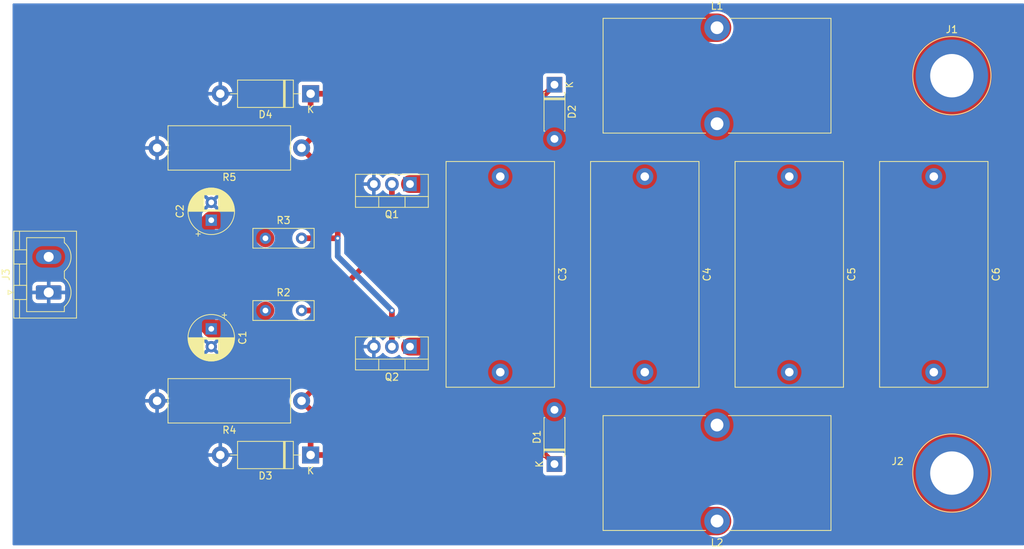
<source format=kicad_pcb>
(kicad_pcb (version 20211014) (generator pcbnew)
  (layers (0 "F.Cu" signal) (31 "B.Cu" signal) (34 "B.Paste" user) (35 "F.Paste" user) (36 "B.SilkS" user "B.Silkscreen") (37 "F.SilkS" user "F.Silkscreen") (38 "B.Mask" user) (39 "F.Mask" user) (44 "Edge.Cuts" user))
  (net 0 "")
  (net 1 "GND")
  (net 2 "VCC")
  (net 3 "/out_l")
  (net 4 "/out_r")
  (net 5 "Net-(D3-Pad1)")
  (net 6 "Net-(R3-Pad2)")
  (footprint "Inductor_THT:L_Toroid_Vertical_L31.8mm_W15.9mm_P13.50mm_Bourns_5700" (layer "F.Cu") (at 185.42 98.185 180)
    (fp_text reference "L2" (at 0 -3.05) (layer "F.SilkS"))
    (fp_text value "220u")
    (fp_line (start -16.02 -1.32) (end -16.02 14.82) (layer "F.SilkS") (width 0.12))
    (fp_line (start 1.608 -1.32) (end 16.02 -1.32) (layer "F.SilkS") (width 0.12))
    (fp_line (start 16.02 -1.32) (end 16.02 14.82) (layer "F.SilkS") (width 0.12))
    (fp_line (start -16.02 -1.32) (end -1.608 -1.32) (layer "F.SilkS") (width 0.12))
    (fp_line (start -16.02 14.82) (end -1.608 14.82) (layer "F.SilkS") (width 0.12))
    (fp_line (start 1.608 14.82) (end 16.02 14.82) (layer "F.SilkS") (width 0.12))
    (pad "1" thru_hole circle (at 0 0 180) (size 3.6 3.6) (drill 1.8) (layers *.Cu *.Mask) (net 2 "VCC"))
    (pad "2" thru_hole circle (at 0 13.5 180) (size 3.6 3.6) (drill 1.8) (layers *.Cu *.Mask) (net 4 "/out_r"))
  )
  (footprint "Connector_Phoenix_MSTB:PhoenixContact_MSTBVA_2,5_2-G_1x02_P5.00mm_Vertical" (layer "F.Cu") (at 91.44 66.04 90)
    (fp_text reference "J3" (at 2.5 -6 90) (layer "F.SilkS"))
    (fp_text value "Screw_Terminal_01x02")
    (fp_line (start 6 -3.1) (end 4 -3.1) (layer "F.SilkS") (width 0.12))
    (fp_line (start -1 -3.1) (end -1 -4.91) (layer "F.SilkS") (width 0.12))
    (fp_line (start 1 -4.1) (end 4 -4.1) (layer "F.SilkS") (width 0.12))
    (fp_line (start -2.7 2.2) (end -2.7 -3.1) (layer "F.SilkS") (width 0.12))
    (fp_line (start -3.61 -4.91) (end -3.61 3.91) (layer "F.SilkS") (width 0.12))
    (fp_line (start 8.61 3.91) (end 8.61 -4.91) (layer "F.SilkS") (width 0.12))
    (fp_line (start 8.61 -4.91) (end -3.61 -4.91) (layer "F.SilkS") (width 0.12))
    (fp_line (start 2 2.2) (end 3 2.2) (layer "F.SilkS") (width 0.12))
    (fp_line (start 8.61 -4.1) (end 6.11 -4.1) (layer "F.SilkS") (width 0.12))
    (fp_line (start 7.7 2.2) (end 7 2.2) (layer "F.SilkS") (width 0.12))
    (fp_line (start -2 2.2) (end -2.7 2.2) (layer "F.SilkS") (width 0.12))
    (fp_line (start 4 -3.1) (end 4 -4.91) (layer "F.SilkS") (width 0.12))
    (fp_line (start 1 -3.1) (end -1 -3.1) (layer "F.SilkS") (width 0.12))
    (fp_line (start 1 -4.91) (end 1 -3.1) (layer "F.SilkS") (width 0.12))
    (fp_line (start -0.3 -5.71) (end 0.3 -5.71) (layer "F.SilkS") (width 0.12))
    (fp_line (start -3.61 3.91) (end 8.61 3.91) (layer "F.SilkS") (width 0.12))
    (fp_line (start -2.7 -3.1) (end 7.7 -3.1) (layer "F.SilkS") (width 0.12))
    (fp_line (start 7.7 -3.1) (end 7.7 2.2) (layer "F.SilkS") (width 0.12))
    (fp_line (start 4 -4.91) (end 6 -4.91) (layer "F.SilkS") (width 0.12))
    (fp_line (start 0 -5.11) (end -0.3 -5.71) (layer "F.SilkS") (width 0.12))
    (fp_line (start -1 -4.91) (end 1 -4.91) (layer "F.SilkS") (width 0.12))
    (fp_line (start -3.61 -4.1) (end -1.11 -4.1) (layer "F.SilkS") (width 0.12))
    (fp_line (start 0.3 -5.71) (end 0 -5.11) (layer "F.SilkS") (width 0.12))
    (fp_line (start 6 -4.91) (end 6 -3.1) (layer "F.SilkS") (width 0.12))
    (fp_arc (start 6.986842 2.215821) (mid 4.989711 3.142758) (end 3 2.2) (layer "F.SilkS") (width 0.12))
    (fp_arc (start 1.986842 2.215821) (mid -0.010289 3.142758) (end -2 2.2) (layer "F.SilkS") (width 0.12))
    (pad "1" thru_hole roundrect (at 0 0 90) (size 2 3.6) (drill 1.4) (layers *.Cu *.Mask) (roundrect_rratio 0.125) (net 1 "GND"))
    (pad "2" thru_hole oval (at 5 0 90) (size 2 3.6) (drill 1.4) (layers *.Cu *.Mask) (net 2 "VCC"))
  )
  (footprint "Diode_THT:D_DO-15_P12.70mm_Horizontal" (layer "F.Cu") (at 128.27 88.9 180)
    (fp_text reference "D3" (at 6.35 -2.92) (layer "F.SilkS"))
    (fp_text value "D_Zener")
    (fp_text user "K" (at 0 -2.2) (layer "F.SilkS"))
    (fp_line (start 1.44 0) (end 2.43 0) (layer "F.SilkS") (width 0.12))
    (fp_line (start 3.81 -1.92) (end 3.81 1.92) (layer "F.SilkS") (width 0.12))
    (fp_line (start 10.27 1.92) (end 10.27 -1.92) (layer "F.SilkS") (width 0.12))
    (fp_line (start 3.69 -1.92) (end 3.69 1.92) (layer "F.SilkS") (width 0.12))
    (fp_line (start 2.43 1.92) (end 10.27 1.92) (layer "F.SilkS") (width 0.12))
    (fp_line (start 11.26 0) (end 10.27 0) (layer "F.SilkS") (width 0.12))
    (fp_line (start 2.43 -1.92) (end 2.43 1.92) (layer "F.SilkS") (width 0.12))
    (fp_line (start 3.57 -1.92) (end 3.57 1.92) (layer "F.SilkS") (width 0.12))
    (fp_line (start 10.27 -1.92) (end 2.43 -1.92) (layer "F.SilkS") (width 0.12))
    (pad "1" thru_hole rect (at 0 0 180) (size 2.4 2.4) (drill 1.2) (layers *.Cu *.Mask) (net 5 "Net-(D3-Pad1)"))
    (pad "2" thru_hole oval (at 12.7 0 180) (size 2.4 2.4) (drill 1.2) (layers *.Cu *.Mask) (net 1 "GND"))
  )
  (footprint "Diode_THT:D_DO-41_SOD81_P7.62mm_Horizontal" (layer "F.Cu") (at 162.56 90.17 90)
    (fp_text reference "D1" (at 3.81 -2.47 90) (layer "F.SilkS"))
    (fp_text value "DIODE")
    (fp_text user "K" (at 0 -2.1 90) (layer "F.SilkS"))
    (fp_line (start 1.99 -1.47) (end 1.99 1.47) (layer "F.SilkS") (width 0.12))
    (fp_line (start 1.09 -1.47) (end 6.53 -1.47) (layer "F.SilkS") (width 0.12))
    (fp_line (start 1.09 1.47) (end 6.53 1.47) (layer "F.SilkS") (width 0.12))
    (fp_line (start 1.09 1.34) (end 1.09 1.47) (layer "F.SilkS") (width 0.12))
    (fp_line (start 2.11 -1.47) (end 2.11 1.47) (layer "F.SilkS") (width 0.12))
    (fp_line (start 1.87 -1.47) (end 1.87 1.47) (layer "F.SilkS") (width 0.12))
    (fp_line (start 6.53 1.47) (end 6.53 1.34) (layer "F.SilkS") (width 0.12))
    (fp_line (start 6.53 -1.47) (end 6.53 -1.34) (layer "F.SilkS") (width 0.12))
    (fp_line (start 1.09 -1.34) (end 1.09 -1.47) (layer "F.SilkS") (width 0.12))
    (pad "1" thru_hole rect (at 0 0 90) (size 2.2 2.2) (drill 1.1) (layers *.Cu *.Mask) (net 5 "Net-(D3-Pad1)"))
    (pad "2" thru_hole oval (at 7.62 0 90) (size 2.2 2.2) (drill 1.1) (layers *.Cu *.Mask) (net 4 "/out_r"))
  )
  (footprint "Inductor_THT:L_Toroid_Vertical_L31.8mm_W15.9mm_P13.50mm_Bourns_5700" (layer "F.Cu") (at 185.42 28.815)
    (fp_text reference "L1" (at 0 -3.05) (layer "F.SilkS"))
    (fp_text value "220u")
    (fp_line (start -16.02 -1.32) (end -1.608 -1.32) (layer "F.SilkS") (width 0.12))
    (fp_line (start -16.02 -1.32) (end -16.02 14.82) (layer "F.SilkS") (width 0.12))
    (fp_line (start -16.02 14.82) (end -1.608 14.82) (layer "F.SilkS") (width 0.12))
    (fp_line (start 1.608 -1.32) (end 16.02 -1.32) (layer "F.SilkS") (width 0.12))
    (fp_line (start 16.02 -1.32) (end 16.02 14.82) (layer "F.SilkS") (width 0.12))
    (fp_line (start 1.608 14.82) (end 16.02 14.82) (layer "F.SilkS") (width 0.12))
    (pad "1" thru_hole circle (at 0 0) (size 3.6 3.6) (drill 1.8) (layers *.Cu *.Mask) (net 2 "VCC"))
    (pad "2" thru_hole circle (at 0 13.5) (size 3.6 3.6) (drill 1.8) (layers *.Cu *.Mask) (net 3 "/out_l"))
  )
  (footprint "Capacitor_THT:C_Rect_L31.5mm_W15.0mm_P27.50mm_MKS4" (layer "F.Cu") (at 154.94 49.75 -90)
    (fp_text reference "C3" (at 13.75 -8.75 90) (layer "F.SilkS"))
    (fp_text value "0.68u")
    (fp_line (start -2.12 -7.62) (end -2.12 7.62) (layer "F.SilkS") (width 0.12))
    (fp_line (start -2.12 -7.62) (end 29.62 -7.62) (layer "F.SilkS") (width 0.12))
    (fp_line (start 29.62 -7.62) (end 29.62 7.62) (layer "F.SilkS") (width 0.12))
    (fp_line (start -2.12 7.62) (end 29.62 7.62) (layer "F.SilkS") (width 0.12))
    (pad "1" thru_hole circle (at 0 0 270) (size 2.4 2.4) (drill 1.2) (layers *.Cu *.Mask) (net 3 "/out_l"))
    (pad "2" thru_hole circle (at 27.5 0 270) (size 2.4 2.4) (drill 1.2) (layers *.Cu *.Mask) (net 4 "/out_r"))
  )
  (footprint "Resistor_THT:R_Box_L8.4mm_W2.5mm_P5.08mm" (layer "F.Cu") (at 121.92 58.42)
    (fp_text reference "R3" (at 2.54 -2.52) (layer "F.SilkS"))
    (fp_text value "470")
    (fp_line (start -1.77 1.39) (end 6.85 1.39) (layer "F.SilkS") (width 0.12))
    (fp_line (start -1.77 -1.39) (end -1.77 1.39) (layer "F.SilkS") (width 0.12))
    (fp_line (start -1.77 -1.39) (end 6.85 -1.39) (layer "F.SilkS") (width 0.12))
    (fp_line (start 6.85 -1.39) (end 6.85 1.39) (layer "F.SilkS") (width 0.12))
    (pad "1" thru_hole circle (at 0 0) (size 1.6 1.6) (drill 0.8) (layers *.Cu *.Mask) (net 2 "VCC"))
    (pad "2" thru_hole circle (at 5.08 0) (size 1.6 1.6) (drill 0.8) (layers *.Cu *.Mask) (net 6 "Net-(R3-Pad2)"))
  )
  (footprint "Diode_THT:D_DO-41_SOD81_P7.62mm_Horizontal" (layer "F.Cu") (at 162.56 36.83 -90)
    (fp_text reference "D2" (at 3.81 -2.47 90) (layer "F.SilkS"))
    (fp_text value "DIODE")
    (fp_text user "K" (at 0 -2.1 90) (layer "F.SilkS"))
    (fp_line (start 1.87 -1.47) (end 1.87 1.47) (layer "F.SilkS") (width 0.12))
    (fp_line (start 1.09 1.34) (end 1.09 1.47) (layer "F.SilkS") (width 0.12))
    (fp_line (start 2.11 -1.47) (end 2.11 1.47) (layer "F.SilkS") (width 0.12))
    (fp_line (start 1.09 1.47) (end 6.53 1.47) (layer "F.SilkS") (width 0.12))
    (fp_line (start 1.09 -1.47) (end 6.53 -1.47) (layer "F.SilkS") (width 0.12))
    (fp_line (start 1.09 -1.34) (end 1.09 -1.47) (layer "F.SilkS") (width 0.12))
    (fp_line (start 6.53 1.47) (end 6.53 1.34) (layer "F.SilkS") (width 0.12))
    (fp_line (start 1.99 -1.47) (end 1.99 1.47) (layer "F.SilkS") (width 0.12))
    (fp_line (start 6.53 -1.47) (end 6.53 -1.34) (layer "F.SilkS") (width 0.12))
    (pad "1" thru_hole rect (at 0 0 270) (size 2.2 2.2) (drill 1.1) (layers *.Cu *.Mask) (net 6 "Net-(R3-Pad2)"))
    (pad "2" thru_hole oval (at 7.62 0 270) (size 2.2 2.2) (drill 1.1) (layers *.Cu *.Mask) (net 3 "/out_l"))
  )
  (footprint "Resistor_THT:R_Axial_DIN0617_L17.0mm_D6.0mm_P20.32mm_Horizontal" (layer "F.Cu") (at 127 45.72 180)
    (fp_text reference "R5" (at 10.16 -4.12) (layer "F.SilkS"))
    (fp_text value "10K")
    (fp_line (start 1.54 -3.12) (end 1.54 3.12) (layer "F.SilkS") (width 0.12))
    (fp_line (start 18.88 0) (end 18.78 0) (layer "F.SilkS") (width 0.12))
    (fp_line (start 18.78 3.12) (end 18.78 -3.12) (layer "F.SilkS") (width 0.12))
    (fp_line (start 18.78 -3.12) (end 1.54 -3.12) (layer "F.SilkS") (width 0.12))
    (fp_line (start 1.54 3.12) (end 18.78 3.12) (layer "F.SilkS") (width 0.12))
    (fp_line (start 1.44 0) (end 1.54 0) (layer "F.SilkS") (width 0.12))
    (pad "1" thru_hole circle (at 0 0 180) (size 2.4 2.4) (drill 1.2) (layers *.Cu *.Mask) (net 6 "Net-(R3-Pad2)"))
    (pad "2" thru_hole oval (at 20.32 0 180) (size 2.4 2.4) (drill 1.2) (layers *.Cu *.Mask) (net 1 "GND"))
  )
  (footprint "Connector:Banana_Jack_1Pin" (layer "F.Cu") (at 218.44 91.44)
    (fp_text reference "J2" (at -7.62 -1.649743) (layer "F.SilkS"))
    (fp_text value "Screw_Terminal_01x01")
    (fp_circle (center 0 0) (end 5.5 0) (layer "F.SilkS") (width 0.12) (fill none))
    (pad "1" thru_hole circle (at 0 0) (size 10.16 10.16) (drill 6.1) (layers *.Cu *.Mask) (net 4 "/out_r"))
  )
  (footprint "Capacitor_THT:C_Rect_L31.5mm_W15.0mm_P27.50mm_MKS4" (layer "F.Cu") (at 215.9 49.75 -90)
    (fp_text reference "C6" (at 13.75 -8.75 90) (layer "F.SilkS"))
    (fp_text value "0.68u")
    (fp_line (start 29.62 -7.62) (end 29.62 7.62) (layer "F.SilkS") (width 0.12))
    (fp_line (start -2.12 -7.62) (end -2.12 7.62) (layer "F.SilkS") (width 0.12))
    (fp_line (start -2.12 7.62) (end 29.62 7.62) (layer "F.SilkS") (width 0.12))
    (fp_line (start -2.12 -7.62) (end 29.62 -7.62) (layer "F.SilkS") (width 0.12))
    (pad "1" thru_hole circle (at 0 0 270) (size 2.4 2.4) (drill 1.2) (layers *.Cu *.Mask) (net 3 "/out_l"))
    (pad "2" thru_hole circle (at 27.5 0 270) (size 2.4 2.4) (drill 1.2) (layers *.Cu *.Mask) (net 4 "/out_r"))
  )
  (footprint "Capacitor_THT:CP_Radial_D6.3mm_P2.50mm" (layer "F.Cu") (at 114.3 71.16 -90)
    (fp_text reference "C1" (at 1.25 -4.4 90) (layer "F.SilkS"))
    (fp_text value "2.2u")
    (fp_line (start 1.77 -3.189) (end 1.77 -1.04) (layer "F.SilkS") (width 0.12))
    (fp_line (start 3.131 -2.636) (end 3.131 -1.04) (layer "F.SilkS") (width 0.12))
    (fp_line (start 4.211 -1.35) (end 4.211 1.35) (layer "F.SilkS") (width 0.12))
    (fp_line (start 2.531 -2.97) (end 2.531 -1.04) (layer "F.SilkS") (width 0.12))
    (fp_line (start 4.251 -1.262) (end 4.251 1.262) (layer "F.SilkS") (width 0.12))
    (fp_line (start 2.011 -3.141) (end 2.011 -1.04) (layer "F.SilkS") (width 0.12))
    (fp_line (start 2.531 1.04) (end 2.531 2.97) (layer "F.SilkS") (width 0.12))
    (fp_line (start 2.291 -3.061) (end 2.291 -1.04) (layer "F.SilkS") (width 0.12))
    (fp_line (start 2.251 -3.074) (end 2.251 -1.04) (layer "F.SilkS") (width 0.12))
    (fp_line (start 1.41 -3.227) (end 1.41 3.227) (layer "F.SilkS") (width 0.12))
    (fp_line (start 2.171 -3.098) (end 2.171 -1.04) (layer "F.SilkS") (width 0.12))
    (fp_line (start 3.451 1.04) (end 3.451 2.38) (layer "F.SilkS") (width 0.12))
    (fp_line (start 4.091 -1.581) (end 4.091 1.581) (layer "F.SilkS") (width 0.12))
    (fp_line (start 2.811 1.04) (end 2.811 2.834) (layer "F.SilkS") (width 0.12))
    (fp_line (start 2.651 -2.916) (end 2.651 -1.04) (layer "F.SilkS") (width 0.12))
    (fp_line (start 3.851 -1.944) (end 3.851 1.944) (layer "F.SilkS") (width 0.12))
    (fp_line (start 2.411 1.04) (end 2.411 3.018) (layer "F.SilkS") (width 0.12))
    (fp_line (start 2.851 1.04) (end 2.851 2.812) (layer "F.SilkS") (width 0.12))
    (fp_line (start 2.971 -2.742) (end 2.971 -1.04) (layer "F.SilkS") (width 0.12))
    (fp_line (start 2.811 -2.834) (end 2.811 -1.04) (layer "F.SilkS") (width 0.12))
    (fp_line (start 3.091 -2.664) (end 3.091 -1.04) (layer "F.SilkS") (width 0.12))
    (fp_line (start 3.091 1.04) (end 3.091 2.664) (layer "F.SilkS") (width 0.12))
    (fp_line (start 2.771 1.04) (end 2.771 2.856) (layer "F.SilkS") (width 0.12))
    (fp_line (start 1.81 1.04) (end 1.81 3.182) (layer "F.SilkS") (width 0.12))
    (fp_line (start 3.491 -2.343) (end 3.491 -1.04) (layer "F.SilkS") (width 0.12))
    (fp_line (start 3.731 -2.092) (end 3.731 2.092) (layer "F.SilkS") (width 0.12))
    (fp_line (start 1.85 -3.175) (end 1.85 -1.04) (layer "F.SilkS") (width 0.12))
    (fp_line (start 3.611 -2.224) (end 3.611 2.224) (layer "F.SilkS") (width 0.12))
    (fp_line (start 2.371 -3.033) (end 2.371 -1.04) (layer "F.SilkS") (width 0.12))
    (fp_line (start 2.211 -3.086) (end 2.211 -1.04) (layer "F.SilkS") (width 0.12))
    (fp_line (start 2.931 1.04) (end 2.931 2.766) (layer "F.SilkS") (width 0.12))
    (fp_line (start 2.491 1.04) (end 2.491 2.986) (layer "F.SilkS") (width 0.12))
    (fp_line (start 2.491 -2.986) (end 2.491 -1.04) (layer "F.SilkS") (width 0.12))
    (fp_line (start 2.691 -2.896) (end 2.691 -1.04) (layer "F.SilkS") (width 0.12))
    (fp_line (start 3.331 -2.484) (end 3.331 -1.04) (layer "F.SilkS") (width 0.12))
    (fp_line (start 4.011 -1.714) (end 4.011 1.714) (layer "F.SilkS") (width 0.12))
    (fp_line (start 3.891 -1.89) (end 3.891 1.89) (layer "F.SilkS") (width 0.12))
    (fp_line (start 3.131 1.04) (end 3.131 2.636) (layer "F.SilkS") (width 0.12))
    (fp_line (start 2.931 -2.766) (end 2.931 -1.04) (layer "F.SilkS") (width 0.12))
    (fp_line (start 4.051 -1.65) (end 4.051 1.65) (layer "F.SilkS") (width 0.12))
    (fp_line (start 4.291 -1.165) (end 4.291 1.165) (layer "F.SilkS") (width 0.12))
    (fp_line (start 1.69 1.04) (end 1.69 3.201) (layer "F.SilkS") (width 0.12))
    (fp_line (start 1.93 -3.159) (end 1.93 -1.04) (layer "F.SilkS") (width 0.12))
    (fp_line (start 2.011 1.04) (end 2.011 3.141) (layer "F.SilkS") (width 0.12))
    (fp_line (start 2.371 1.04) (end 2.371 3.033) (layer "F.SilkS") (width 0.12))
    (fp_line (start 2.851 -2.812) (end 2.851 -1.04) (layer "F.SilkS") (width 0.12))
    (fp_line (start 3.171 1.04) (end 3.171 2.607) (layer "F.SilkS") (width 0.12))
    (fp_line (start 2.691 1.04) (end 2.691 2.896) (layer "F.SilkS") (width 0.12))
    (fp_line (start 2.611 1.04) (end 2.611 2.934) (layer "F.SilkS") (width 0.12))
    (fp_line (start 1.73 -3.195) (end 1.73 -1.04) (layer "F.SilkS") (width 0.12))
    (fp_line (start 3.291 -2.516) (end 3.291 -1.04) (layer "F.SilkS") (width 0.12))
    (fp_line (start 2.891 -2.79) (end 2.891 -1.04) (layer "F.SilkS") (width 0.12))
    (fp_line (start -1.935241 -2.154) (end -1.935241 -1.524) (layer "F.SilkS") (width 0.12))
    (fp_line (start 2.091 -3.121) (end 2.091 -1.04) (layer "F.SilkS") (width 0.12))
    (fp_line (start 1.37 -3.228) (end 1.37 3.228) (layer "F.SilkS") (width 0.12))
    (fp_line (start 2.131 1.04) (end 2.131 3.11) (layer "F.SilkS") (width 0.12))
    (fp_line (start 3.411 -2.416) (end 3.411 -1.04) (layer "F.SilkS") (width 0.12))
    (fp_line (start 3.211 -2.578) (end 3.211 -1.04) (layer "F.SilkS") (width 0.12))
    (fp_line (start 1.33 -3.23) (end 1.33 3.23) (layer "F.SilkS") (width 0.12))
    (fp_line (start 2.331 1.04) (end 2.331 3.047) (layer "F.SilkS") (width 0.12))
    (fp_line (start 2.771 -2.856) (end 2.771 -1.04) (layer "F.SilkS") (width 0.12))
    (fp_line (start 2.051 1.04) (end 2.051 3.131) (layer "F.SilkS") (width 0.12))
    (fp_line (start 1.77 1.04) (end 1.77 3.189) (layer "F.SilkS") (width 0.12))
    (fp_line (start 1.61 1.04) (end 1.61 3.211) (layer "F.SilkS") (width 0.12))
    (fp_line (start 2.291 1.04) (end 2.291 3.061) (layer "F.SilkS") (width 0.12))
    (fp_line (start 4.491 -0.402) (end 4.491 0.402) (layer "F.SilkS") (width 0.12))
    (fp_line (start 3.931 -1.834) (end 3.931 1.834) (layer "F.SilkS") (width 0.12))
    (fp_line (start 3.051 -2.69) (end 3.051 -1.04) (layer "F.SilkS") (width 0.12))
    (fp_line (start 2.731 1.04) (end 2.731 2.876) (layer "F.SilkS") (width 0.12))
    (fp_line (start 1.93 1.04) (end 1.93 3.159) (layer "F.SilkS") (width 0.12))
    (fp_line (start 3.171 -2.607) (end 3.171 -1.04) (layer "F.SilkS") (width 0.12))
    (fp_line (start 4.451 -0.633) (end 4.451 0.633) (layer "F.SilkS") (width 0.12))
    (fp_line (start 3.811 -1.995) (end 3.811 1.995) (layer "F.SilkS") (width 0.12))
    (fp_line (start 1.971 -3.15) (end 1.971 -1.04) (layer "F.SilkS") (width 0.12))
    (fp_line (start -2.250241 -1.839) (end -1.620241 -1.839) (layer "F.SilkS") (width 0.12))
    (fp_line (start 3.531 -2.305) (end 3.531 -1.04) (layer "F.SilkS") (width 0.12))
    (fp_line (start 3.451 -2.38) (end 3.451 -1.04) (layer "F.SilkS") (width 0.12))
    (fp_line (start 3.371 1.04) (end 3.371 2.45) (layer "F.SilkS") (width 0.12))
    (fp_line (start 3.491 1.04) (end 3.491 2.343) (layer "F.SilkS") (width 0.12))
    (fp_line (start 4.411 -0.802) (end 4.411 0.802) (layer "F.SilkS") (width 0.12))
    (fp_line (start 2.211 1.04) (end 2.211 3.086) (layer "F.SilkS") (width 0.12))
    (fp_line (start 3.691 -2.137) (end 3.691 2.137) (layer "F.SilkS") (width 0.12))
    (fp_line (start 3.291 1.04) (end 3.291 2.516) (layer "F.SilkS") (width 0.12))
    (fp_line (start 2.611 -2.934) (end 2.611 -1.04) (layer "F.SilkS") (width 0.12))
    (fp_line (start 3.371 -2.45) (end 3.371 -1.04) (layer "F.SilkS") (width 0.12))
    (fp_line (start 3.011 -2.716) (end 3.011 -1.04) (layer "F.SilkS") (width 0.12))
    (fp_line (start 2.731 -2.876) (end 2.731 -1.04) (layer "F.SilkS") (width 0.12))
    (fp_line (start 2.251 1.04) (end 2.251 3.074) (layer "F.SilkS") (width 0.12))
    (fp_line (start 3.571 -2.265) (end 3.571 2.265) (layer "F.SilkS") (width 0.12))
    (fp_line (start 1.971 1.04) (end 1.971 3.15) (layer "F.SilkS") (width 0.12))
    (fp_line (start 1.57 1.04) (end 1.57 3.215) (layer "F.SilkS") (width 0.12))
    (fp_line (start 4.171 -1.432) (end 4.171 1.432) (layer "F.SilkS") (width 0.12))
    (fp_line (start 1.85 1.04) (end 1.85 3.175) (layer "F.SilkS") (width 0.12))
    (fp_line (start 4.331 -1.059) (end 4.331 1.059) (layer "F.SilkS") (width 0.12))
    (fp_line (start 3.651 -2.182) (end 3.651 2.182) (layer "F.SilkS") (width 0.12))
    (fp_line (start 3.251 -2.548) (end 3.251 -1.04) (layer "F.SilkS") (width 0.12))
    (fp_line (start 2.171 1.04) (end 2.171 3.098) (layer "F.SilkS") (width 0.12))
    (fp_line (start 2.891 1.04) (end 2.891 2.79) (layer "F.SilkS") (width 0.12))
    (fp_line (start 2.571 1.04) (end 2.571 2.952) (layer "F.SilkS") (width 0.12))
    (fp_line (start 2.451 -3.002) (end 2.451 -1.04) (layer "F.SilkS") (width 0.12))
    (fp_line (start 1.61 -3.211) (end 1.61 -1.04) (layer "F.SilkS") (width 0.12))
    (fp_line (start 1.25 -3.23) (end 1.25 3.23) (layer "F.SilkS") (width 0.12))
    (fp_line (start 2.091 1.04) (end 2.091 3.121) (layer "F.SilkS") (width 0.12))
    (fp_line (start 1.65 -3.206) (end 1.65 -1.04) (layer "F.SilkS") (width 0.12))
    (fp_line (start 1.29 -3.23) (end 1.29 3.23) (layer "F.SilkS") (width 0.12))
    (fp_line (start 2.971 1.04) (end 2.971 2.742) (layer "F.SilkS") (width 0.12))
    (fp_line (start 2.451 1.04) (end 2.451 3.002) (layer "F.SilkS") (width 0.12))
    (fp_line (start 1.53 1.04) (end 1.53 3.218) (layer "F.SilkS") (width 0.12))
    (fp_line (start 1.81 -3.182) (end 1.81 -1.04) (layer "F.SilkS") (width 0.12))
    (fp_line (start 3.051 1.04) (end 3.051 2.69) (layer "F.SilkS") (width 0.12))
    (fp_line (start 1.53 -3.218) (end 1.53 -1.04) (layer "F.SilkS") (width 0.12))
    (fp_line (start 1.45 -3.224) (end 1.45 3.224) (layer "F.SilkS") (width 0.12))
    (fp_line (start 1.69 -3.201) (end 1.69 -1.04) (layer "F.SilkS") (width 0.12))
    (fp_line (start 2.651 1.04) (end 2.651 2.916) (layer "F.SilkS") (width 0.12))
    (fp_line (start 1.89 1.04) (end 1.89 3.167) (layer "F.SilkS") (width 0.12))
    (fp_line (start 3.011 1.04) (end 3.011 2.716) (layer "F.SilkS") (width 0.12))
    (fp_line (start 2.571 -2.952) (end 2.571 -1.04) (layer "F.SilkS") (width 0.12))
    (fp_line (start 1.89 -3.167) (end 1.89 -1.04) (layer "F.SilkS") (width 0.12))
    (fp_line (start 1.49 -3.222) (end 1.49 -1.04) (layer "F.SilkS") (width 0.12))
    (fp_line (start 3.251 1.04) (end 3.251 2.548) (layer "F.SilkS") (width 0.12))
    (fp_line (start 1.65 1.04) (end 1.65 3.206) (layer "F.SilkS") (width 0.12))
    (fp_line (start 3.211 1.04) (end 3.211 2.578) (layer "F.SilkS") (width 0.12))
    (fp_line (start 3.331 1.04) (end 3.331 2.484) (layer "F.SilkS") (width 0.12))
    (fp_line (start 4.131 -1.509) (end 4.131 1.509) (layer "F.SilkS") (width 0.12))
    (fp_line (start 1.57 -3.215) (end 1.57 -1.04) (layer "F.SilkS") (width 0.12))
    (fp_line (start 3.531 1.04) (end 3.531 2.305) (layer "F.SilkS") (width 0.12))
    (fp_line (start 3.771 -2.044) (end 3.771 2.044) (layer "F.SilkS") (width 0.12))
    (fp_line (start 1.49 1.04) (end 1.49 3.222) (layer "F.SilkS") (width 0.12))
    (fp_line (start 3.971 -1.776) (end 3.971 1.776) (layer "F.SilkS") (width 0.12))
    (fp_line (start 1.73 1.04) (end 1.73 3.195) (layer "F.SilkS") (width 0.12))
    (fp_line (start 2.051 -3.131) (end 2.051 -1.04) (layer "F.SilkS") (width 0.12))
    (fp_line (start 2.131 -3.11) (end 2.131 -1.04) (layer "F.SilkS") (width 0.12))
    (fp_line (start 3.411 1.04) (end 3.411 2.416) (layer "F.SilkS") (width 0.12))
    (fp_line (start 4.371 -0.94) (end 4.371 0.94) (layer "F.SilkS") (width 0.12))
    (fp_line (start 2.331 -3.047) (end 2.331 -1.04) (layer "F.SilkS") (width 0.12))
    (fp_line (start 2.411 -3.018) (end 2.411 -1.04) (layer "F.SilkS") (width 0.12))
    (fp_circle (center 1.25 0) (end 4.52 0) (layer "F.SilkS") (width 0.12) (fill none))
    (pad "1" thru_hole rect (at 0 0 270) (size 1.6 1.6) (drill 0.8) (layers *.Cu *.Mask) (net 2 "VCC"))
    (pad "2" thru_hole circle (at 2.5 0 270) (size 1.6 1.6) (drill 0.8) (layers *.Cu *.Mask) (net 1 "GND"))
  )
  (footprint "Capacitor_THT:CP_Radial_D6.3mm_P2.50mm" (layer "F.Cu") (at 114.3 55.88 90)
    (fp_text reference "C2" (at 1.25 -4.4 90) (layer "F.SilkS"))
    (fp_text value "2.2u")
    (fp_line (start 3.051 1.04) (end 3.051 2.69) (layer "F.SilkS") (width 0.12))
    (fp_line (start 2.171 -3.098) (end 2.171 -1.04) (layer "F.SilkS") (width 0.12))
    (fp_line (start 1.69 1.04) (end 1.69 3.201) (layer "F.SilkS") (width 0.12))
    (fp_line (start 3.491 -2.343) (end 3.491 -1.04) (layer "F.SilkS") (width 0.12))
    (fp_line (start 3.411 -2.416) (end 3.411 -1.04) (layer "F.SilkS") (width 0.12))
    (fp_line (start 1.61 -3.211) (end 1.61 -1.04) (layer "F.SilkS") (width 0.12))
    (fp_line (start 3.651 -2.182) (end 3.651 2.182) (layer "F.SilkS") (width 0.12))
    (fp_line (start 1.65 1.04) (end 1.65 3.206) (layer "F.SilkS") (width 0.12))
    (fp_line (start 4.051 -1.65) (end 4.051 1.65) (layer "F.SilkS") (width 0.12))
    (fp_line (start 2.131 -3.11) (end 2.131 -1.04) (layer "F.SilkS") (width 0.12))
    (fp_line (start 1.65 -3.206) (end 1.65 -1.04) (layer "F.SilkS") (width 0.12))
    (fp_line (start 3.731 -2.092) (end 3.731 2.092) (layer "F.SilkS") (width 0.12))
    (fp_line (start 1.89 1.04) (end 1.89 3.167) (layer "F.SilkS") (width 0.12))
    (fp_line (start 4.091 -1.581) (end 4.091 1.581) (layer "F.SilkS") (width 0.12))
    (fp_line (start 1.971 1.04) (end 1.971 3.15) (layer "F.SilkS") (width 0.12))
    (fp_line (start 4.131 -1.509) (end 4.131 1.509) (layer "F.SilkS") (width 0.12))
    (fp_line (start 2.211 1.04) (end 2.211 3.086) (layer "F.SilkS") (width 0.12))
    (fp_line (start 1.53 1.04) (end 1.53 3.218) (layer "F.SilkS") (width 0.12))
    (fp_line (start 1.45 -3.224) (end 1.45 3.224) (layer "F.SilkS") (width 0.12))
    (fp_line (start 2.331 1.04) (end 2.331 3.047) (layer "F.SilkS") (width 0.12))
    (fp_line (start 4.411 -0.802) (end 4.411 0.802) (layer "F.SilkS") (width 0.12))
    (fp_line (start 2.291 1.04) (end 2.291 3.061) (layer "F.SilkS") (width 0.12))
    (fp_line (start 2.011 1.04) (end 2.011 3.141) (layer "F.SilkS") (width 0.12))
    (fp_line (start 2.131 1.04) (end 2.131 3.11) (layer "F.SilkS") (width 0.12))
    (fp_line (start 1.61 1.04) (end 1.61 3.211) (layer "F.SilkS") (width 0.12))
    (fp_line (start 3.571 -2.265) (end 3.571 2.265) (layer "F.SilkS") (width 0.12))
    (fp_line (start 3.051 -2.69) (end 3.051 -1.04) (layer "F.SilkS") (width 0.12))
    (fp_line (start 3.811 -1.995) (end 3.811 1.995) (layer "F.SilkS") (width 0.12))
    (fp_line (start 2.651 1.04) (end 2.651 2.916) (layer "F.SilkS") (width 0.12))
    (fp_line (start 2.451 1.04) (end 2.451 3.002) (layer "F.SilkS") (width 0.12))
    (fp_line (start 2.691 1.04) (end 2.691 2.896) (layer "F.SilkS") (width 0.12))
    (fp_line (start 4.211 -1.35) (end 4.211 1.35) (layer "F.SilkS") (width 0.12))
    (fp_line (start 1.89 -3.167) (end 1.89 -1.04) (layer "F.SilkS") (width 0.12))
    (fp_line (start 3.211 -2.578) (end 3.211 -1.04) (layer "F.SilkS") (width 0.12))
    (fp_line (start 3.411 1.04) (end 3.411 2.416) (layer "F.SilkS") (width 0.12))
    (fp_line (start 3.531 -2.305) (end 3.531 -1.04) (layer "F.SilkS") (width 0.12))
    (fp_line (start 1.77 -3.189) (end 1.77 -1.04) (layer "F.SilkS") (width 0.12))
    (fp_line (start 2.411 -3.018) (end 2.411 -1.04) (layer "F.SilkS") (width 0.12))
    (fp_line (start 2.571 -2.952) (end 2.571 -1.04) (layer "F.SilkS") (width 0.12))
    (fp_line (start 3.291 1.04) (end 3.291 2.516) (layer "F.SilkS") (width 0.12))
    (fp_line (start 2.491 -2.986) (end 2.491 -1.04) (layer "F.SilkS") (width 0.12))
    (fp_line (start 3.451 1.04) (end 3.451 2.38) (layer "F.SilkS") (width 0.12))
    (fp_line (start 2.091 -3.121) (end 2.091 -1.04) (layer "F.SilkS") (width 0.12))
    (fp_line (start 2.371 1.04) (end 2.371 3.033) (layer "F.SilkS") (width 0.12))
    (fp_line (start 3.251 -2.548) (end 3.251 -1.04) (layer "F.SilkS") (width 0.12))
    (fp_line (start 3.291 -2.516) (end 3.291 -1.04) (layer "F.SilkS") (width 0.12))
    (fp_line (start 3.891 -1.89) (end 3.891 1.89) (layer "F.SilkS") (width 0.12))
    (fp_line (start 3.171 -2.607) (end 3.171 -1.04) (layer "F.SilkS") (width 0.12))
    (fp_line (start 3.131 -2.636) (end 3.131 -1.04) (layer "F.SilkS") (width 0.12))
    (fp_line (start 2.011 -3.141) (end 2.011 -1.04) (layer "F.SilkS") (width 0.12))
    (fp_line (start 2.051 -3.131) (end 2.051 -1.04) (layer "F.SilkS") (width 0.12))
    (fp_line (start 2.891 1.04) (end 2.891 2.79) (layer "F.SilkS") (width 0.12))
    (fp_line (start 3.971 -1.776) (end 3.971 1.776) (layer "F.SilkS") (width 0.12))
    (fp_line (start 1.85 1.04) (end 1.85 3.175) (layer "F.SilkS") (width 0.12))
    (fp_line (start 2.851 1.04) (end 2.851 2.812) (layer "F.SilkS") (width 0.12))
    (fp_line (start 2.771 -2.856) (end 2.771 -1.04) (layer "F.SilkS") (width 0.12))
    (fp_line (start 2.771 1.04) (end 2.771 2.856) (layer "F.SilkS") (width 0.12))
    (fp_line (start 1.73 1.04) (end 1.73 3.195) (layer "F.SilkS") (width 0.12))
    (fp_line (start 3.691 -2.137) (end 3.691 2.137) (layer "F.SilkS") (width 0.12))
    (fp_line (start 4.491 -0.402) (end 4.491 0.402) (layer "F.SilkS") (width 0.12))
    (fp_line (start 2.171 1.04) (end 2.171 3.098) (layer "F.SilkS") (width 0.12))
    (fp_line (start 2.451 -3.002) (end 2.451 -1.04) (layer "F.SilkS") (width 0.12))
    (fp_line (start 2.851 -2.812) (end 2.851 -1.04) (layer "F.SilkS") (width 0.12))
    (fp_line (start 3.091 -2.664) (end 3.091 -1.04) (layer "F.SilkS") (width 0.12))
    (fp_line (start 2.251 -3.074) (end 2.251 -1.04) (layer "F.SilkS") (width 0.12))
    (fp_line (start 1.81 1.04) (end 1.81 3.182) (layer "F.SilkS") (width 0.12))
    (fp_line (start 1.57 1.04) (end 1.57 3.215) (layer "F.SilkS") (width 0.12))
    (fp_line (start 2.971 -2.742) (end 2.971 -1.04) (layer "F.SilkS") (width 0.12))
    (fp_line (start 1.81 -3.182) (end 1.81 -1.04) (layer "F.SilkS") (width 0.12))
    (fp_line (start 2.731 1.04) (end 2.731 2.876) (layer "F.SilkS") (width 0.12))
    (fp_line (start 2.931 -2.766) (end 2.931 -1.04) (layer "F.SilkS") (width 0.12))
    (fp_line (start 2.531 -2.97) (end 2.531 -1.04) (layer "F.SilkS") (width 0.12))
    (fp_line (start 2.211 -3.086) (end 2.211 -1.04) (layer "F.SilkS") (width 0.12))
    (fp_line (start 2.611 -2.934) (end 2.611 -1.04) (layer "F.SilkS") (width 0.12))
    (fp_line (start 3.251 1.04) (end 3.251 2.548) (layer "F.SilkS") (width 0.12))
    (fp_line (start 1.93 -3.159) (end 1.93 -1.04) (layer "F.SilkS") (width 0.12))
    (fp_line (start 1.77 1.04) (end 1.77 3.189) (layer "F.SilkS") (width 0.12))
    (fp_line (start 2.411 1.04) (end 2.411 3.018) (layer "F.SilkS") (width 0.12))
    (fp_line (start 1.53 -3.218) (end 1.53 -1.04) (layer "F.SilkS") (width 0.12))
    (fp_line (start 1.33 -3.23) (end 1.33 3.23) (layer "F.SilkS") (width 0.12))
    (fp_line (start 3.171 1.04) (end 3.171 2.607) (layer "F.SilkS") (width 0.12))
    (fp_line (start 1.93 1.04) (end 1.93 3.159) (layer "F.SilkS") (width 0.12))
    (fp_line (start 2.091 1.04) (end 2.091 3.121) (layer "F.SilkS") (width 0.12))
    (fp_line (start 1.49 -3.222) (end 1.49 -1.04) (layer "F.SilkS") (width 0.12))
    (fp_line (start 2.331 -3.047) (end 2.331 -1.04) (layer "F.SilkS") (width 0.12))
    (fp_line (start 4.011 -1.714) (end 4.011 1.714) (layer "F.SilkS") (width 0.12))
    (fp_line (start 1.971 -3.15) (end 1.971 -1.04) (layer "F.SilkS") (width 0.12))
    (fp_line (start 3.451 -2.38) (end 3.451 -1.04) (layer "F.SilkS") (width 0.12))
    (fp_line (start 1.69 -3.201) (end 1.69 -1.04) (layer "F.SilkS") (width 0.12))
    (fp_line (start 3.011 1.04) (end 3.011 2.716) (layer "F.SilkS") (width 0.12))
    (fp_line (start 3.371 -2.45) (end 3.371 -1.04) (layer "F.SilkS") (width 0.12))
    (fp_line (start 4.371 -0.94) (end 4.371 0.94) (layer "F.SilkS") (width 0.12))
    (fp_line (start 3.611 -2.224) (end 3.611 2.224) (layer "F.SilkS") (width 0.12))
    (fp_line (start 2.811 -2.834) (end 2.811 -1.04) (layer "F.SilkS") (width 0.12))
    (fp_line (start 3.131 1.04) (end 3.131 2.636) (layer "F.SilkS") (width 0.12))
    (fp_line (start 4.171 -1.432) (end 4.171 1.432) (layer "F.SilkS") (width 0.12))
    (fp_line (start 4.251 -1.262) (end 4.251 1.262) (layer "F.SilkS") (width 0.12))
    (fp_line (start 3.771 -2.044) (end 3.771 2.044) (layer "F.SilkS") (width 0.12))
    (fp_line (start 2.731 -2.876) (end 2.731 -1.04) (layer "F.SilkS") (width 0.12))
    (fp_line (start 3.091 1.04) (end 3.091 2.664) (layer "F.SilkS") (width 0.12))
    (fp_line (start 3.331 1.04) (end 3.331 2.484) (layer "F.SilkS") (width 0.12))
    (fp_line (start 4.291 -1.165) (end 4.291 1.165) (layer "F.SilkS") (width 0.12))
    (fp_line (start 2.811 1.04) (end 2.811 2.834) (layer "F.SilkS") (width 0.12))
    (fp_line (start 2.891 -2.79) (end 2.891 -1.04) (layer "F.SilkS") (width 0.12))
    (fp_line (start 3.371 1.04) (end 3.371 2.45) (layer "F.SilkS") (width 0.12))
    (fp_line (start 3.491 1.04) (end 3.491 2.343) (layer "F.SilkS") (width 0.12))
    (fp_line (start -1.935241 -2.154) (end -1.935241 -1.524) (layer "F.SilkS") (width 0.12))
    (fp_line (start 2.611 1.04) (end 2.611 2.934) (layer "F.SilkS") (width 0.12))
    (fp_line (start 2.251 1.04) (end 2.251 3.074) (layer "F.SilkS") (width 0.12))
    (fp_line (start 1.37 -3.228) (end 1.37 3.228) (layer "F.SilkS") (width 0.12))
    (fp_line (start 2.291 -3.061) (end 2.291 -1.04) (layer "F.SilkS") (width 0.12))
    (fp_line (start 3.211 1.04) (end 3.211 2.578) (layer "F.SilkS") (width 0.12))
    (fp_line (start 1.41 -3.227) (end 1.41 3.227) (layer "F.SilkS") (width 0.12))
    (fp_line (start 1.57 -3.215) (end 1.57 -1.04) (layer "F.SilkS") (width 0.12))
    (fp_line (start 2.371 -3.033) (end 2.371 -1.04) (layer "F.SilkS") (width 0.12))
    (fp_line (start 2.491 1.04) (end 2.491 2.986) (layer "F.SilkS") (width 0.12))
    (fp_line (start 2.651 -2.916) (end 2.651 -1.04) (layer "F.SilkS") (width 0.12))
    (fp_line (start 1.29 -3.23) (end 1.29 3.23) (layer "F.SilkS") (width 0.12))
    (fp_line (start 4.331 -1.059) (end 4.331 1.059) (layer "F.SilkS") (width 0.12))
    (fp_line (start 2.691 -2.896) (end 2.691 -1.04) (layer "F.SilkS") (width 0.12))
    (fp_line (start 2.051 1.04) (end 2.051 3.131) (layer "F.SilkS") (width 0.12))
    (fp_line (start 3.851 -1.944) (end 3.851 1.944) (layer "F.SilkS") (width 0.12))
    (fp_line (start 3.531 1.04) (end 3.531 2.305) (layer "F.SilkS") (width 0.12))
    (fp_line (start 4.451 -0.633) (end 4.451 0.633) (layer "F.SilkS") (width 0.12))
    (fp_line (start 3.331 -2.484) (end 3.331 -1.04) (layer "F.SilkS") (width 0.12))
    (fp_line (start 2.971 1.04) (end 2.971 2.742) (layer "F.SilkS") (width 0.12))
    (fp_line (start -2.250241 -1.839) (end -1.620241 -1.839) (layer "F.SilkS") (width 0.12))
    (fp_line (start 1.73 -3.195) (end 1.73 -1.04) (layer "F.SilkS") (width 0.12))
    (fp_line (start 3.011 -2.716) (end 3.011 -1.04) (layer "F.SilkS") (width 0.12))
    (fp_line (start 2.571 1.04) (end 2.571 2.952) (layer "F.SilkS") (width 0.12))
    (fp_line (start 1.49 1.04) (end 1.49 3.222) (layer "F.SilkS") (width 0.12))
    (fp_line (start 2.931 1.04) (end 2.931 2.766) (layer "F.SilkS") (width 0.12))
    (fp_line (start 1.85 -3.175) (end 1.85 -1.04) (layer "F.SilkS") (width 0.12))
    (fp_line (start 3.931 -1.834) (end 3.931 1.834) (layer "F.SilkS") (width 0.12))
    (fp_line (start 2.531 1.04) (end 2.531 2.97) (layer "F.SilkS") (width 0.12))
    (fp_line (start 1.25 -3.23) (end 1.25 3.23) (layer "F.SilkS") (width 0.12))
    (fp_circle (center 1.25 0) (end 4.52 0) (layer "F.SilkS") (width 0.12) (fill none))
    (pad "1" thru_hole rect (at 0 0 90) (size 1.6 1.6) (drill 0.8) (layers *.Cu *.Mask) (net 2 "VCC"))
    (pad "2" thru_hole circle (at 2.5 0 90) (size 1.6 1.6) (drill 0.8) (layers *.Cu *.Mask) (net 1 "GND"))
  )
  (footprint "Connector:Banana_Jack_1Pin" (layer "F.Cu") (at 218.44 35.56)
    (fp_text reference "J1" (at 0 -6.5) (layer "F.SilkS"))
    (fp_text value "Screw_Terminal_01x01")
    (fp_circle (center 0 0) (end 5.5 0) (layer "F.SilkS") (width 0.12) (fill none))
    (pad "1" thru_hole circle (at 0 0) (size 10.16 10.16) (drill 6.1) (layers *.Cu *.Mask) (net 3 "/out_l"))
  )
  (footprint "Resistor_THT:R_Box_L8.4mm_W2.5mm_P5.08mm" (layer "F.Cu") (at 121.92 68.58)
    (fp_text reference "R2" (at 2.54 -2.52) (layer "F.SilkS"))
    (fp_text value "470")
    (fp_line (start -1.77 -1.39) (end 6.85 -1.39) (layer "F.SilkS") (width 0.12))
    (fp_line (start 6.85 -1.39) (end 6.85 1.39) (layer "F.SilkS") (width 0.12))
    (fp_line (start -1.77 -1.39) (end -1.77 1.39) (layer "F.SilkS") (width 0.12))
    (fp_line (start -1.77 1.39) (end 6.85 1.39) (layer "F.SilkS") (width 0.12))
    (pad "1" thru_hole circle (at 0 0) (size 1.6 1.6) (drill 0.8) (layers *.Cu *.Mask) (net 2 "VCC"))
    (pad "2" thru_hole circle (at 5.08 0) (size 1.6 1.6) (drill 0.8) (layers *.Cu *.Mask) (net 5 "Net-(D3-Pad1)"))
  )
  (footprint "Capacitor_THT:C_Rect_L31.5mm_W15.0mm_P27.50mm_MKS4" (layer "F.Cu") (at 175.26 49.75 -90)
    (fp_text reference "C4" (at 13.75 -8.75 90) (layer "F.SilkS"))
    (fp_text value "0.68u")
    (fp_line (start 29.62 -7.62) (end 29.62 7.62) (layer "F.SilkS") (width 0.12))
    (fp_line (start -2.12 -7.62) (end 29.62 -7.62) (layer "F.SilkS") (width 0.12))
    (fp_line (start -2.12 -7.62) (end -2.12 7.62) (layer "F.SilkS") (width 0.12))
    (fp_line (start -2.12 7.62) (end 29.62 7.62) (layer "F.SilkS") (width 0.12))
    (pad "1" thru_hole circle (at 0 0 270) (size 2.4 2.4) (drill 1.2) (layers *.Cu *.Mask) (net 3 "/out_l"))
    (pad "2" thru_hole circle (at 27.5 0 270) (size 2.4 2.4) (drill 1.2) (layers *.Cu *.Mask) (net 4 "/out_r"))
  )
  (footprint "Resistor_THT:R_Axial_DIN0617_L17.0mm_D6.0mm_P20.32mm_Horizontal" (layer "F.Cu") (at 127 81.28 180)
    (fp_text reference "R4" (at 10.16 -4.12) (layer "F.SilkS"))
    (fp_text value "10K")
    (fp_line (start 1.54 3.12) (end 18.78 3.12) (layer "F.SilkS") (width 0.12))
    (fp_line (start 18.78 3.12) (end 18.78 -3.12) (layer "F.SilkS") (width 0.12))
    (fp_line (start 1.54 -3.12) (end 1.54 3.12) (layer "F.SilkS") (width 0.12))
    (fp_line (start 18.88 0) (end 18.78 0) (layer "F.SilkS") (width 0.12))
    (fp_line (start 1.44 0) (end 1.54 0) (layer "F.SilkS") (width 0.12))
    (fp_line (start 18.78 -3.12) (end 1.54 -3.12) (layer "F.SilkS") (width 0.12))
    (pad "1" thru_hole circle (at 0 0 180) (size 2.4 2.4) (drill 1.2) (layers *.Cu *.Mask) (net 5 "Net-(D3-Pad1)"))
    (pad "2" thru_hole oval (at 20.32 0 180) (size 2.4 2.4) (drill 1.2) (layers *.Cu *.Mask) (net 1 "GND"))
  )
  (footprint "Package_TO_SOT_THT:TO-220-3_Vertical" (layer "F.Cu") (at 142.24 73.66 180)
    (fp_text reference "Q2" (at 2.54 -4.27) (layer "F.SilkS"))
    (fp_text value "Q_NMOS_DGS")
    (fp_line (start -2.58 -3.27) (end 7.66 -3.27) (layer "F.SilkS") (width 0.12))
    (fp_line (start 7.66 -3.27) (end 7.66 1.371) (layer "F.SilkS") (width 0.12))
    (fp_line (start -2.58 1.371) (end 7.66 1.371) (layer "F.SilkS") (width 0.12))
    (fp_line (start 0.69 -3.27) (end 0.69 -1.76) (layer "F.SilkS") (width 0.12))
    (fp_line (start 4.391 -3.27) (end 4.391 -1.76) (layer "F.SilkS") (width 0.12))
    (fp_line (start -2.58 -1.76) (end 7.66 -1.76) (layer "F.SilkS") (width 0.12))
    (fp_line (start -2.58 -3.27) (end -2.58 1.371) (layer "F.SilkS") (width 0.12))
    (pad "1" thru_hole rect (at 0 0 180) (size 1.905 2) (drill 1.1) (layers *.Cu *.Mask) (net 4 "/out_r"))
    (pad "2" thru_hole oval (at 2.54 0 180) (size 1.905 2) (drill 1.1) (layers *.Cu *.Mask) (net 6 "Net-(R3-Pad2)"))
    (pad "3" thru_hole oval (at 5.08 0 180) (size 1.905 2) (drill 1.1) (layers *.Cu *.Mask) (net 1 "GND"))
  )
  (footprint "Diode_THT:D_DO-15_P12.70mm_Horizontal" (layer "F.Cu") (at 128.27 38.1 180)
    (fp_text reference "D4" (at 6.35 -2.92) (layer "F.SilkS"))
    (fp_text value "D_Zener")
    (fp_text user "K" (at 0 -2.2) (layer "F.SilkS"))
    (fp_line (start 3.81 -1.92) (end 3.81 1.92) (layer "F.SilkS") (width 0.12))
    (fp_line (start 10.27 1.92) (end 10.27 -1.92) (layer "F.SilkS") (width 0.12))
    (fp_line (start 3.69 -1.92) (end 3.69 1.92) (layer "F.SilkS") (width 0.12))
    (fp_line (start 2.43 -1.92) (end 2.43 1.92) (layer "F.SilkS") (width 0.12))
    (fp_line (start 2.43 1.92) (end 10.27 1.92) (layer "F.SilkS") (width 0.12))
    (fp_line (start 3.57 -1.92) (end 3.57 1.92) (layer "F.SilkS") (width 0.12))
    (fp_line (start 10.27 -1.92) (end 2.43 -1.92) (layer "F.SilkS") (width 0.12))
    (fp_line (start 11.26 0) (end 10.27 0) (layer "F.SilkS") (width 0.12))
    (fp_line (start 1.44 0) (end 2.43 0) (layer "F.SilkS") (width 0.12))
    (pad "1" thru_hole rect (at 0 0 180) (size 2.4 2.4) (drill 1.2) (layers *.Cu *.Mask) (net 6 "Net-(R3-Pad2)"))
    (pad "2" thru_hole oval (at 12.7 0 180) (size 2.4 2.4) (drill 1.2) (layers *.Cu *.Mask) (net 1 "GND"))
  )
  (footprint "Package_TO_SOT_THT:TO-220-3_Vertical" (layer "F.Cu") (at 142.24 50.8 180)
    (fp_text reference "Q1" (at 2.54 -4.27) (layer "F.SilkS"))
    (fp_text value "Q_NMOS_DGS")
    (fp_line (start 7.66 -3.27) (end 7.66 1.371) (layer "F.SilkS") (width 0.12))
    (fp_line (start -2.58 1.371) (end 7.66 1.371) (layer "F.SilkS") (width 0.12))
    (fp_line (start -2.58 -1.76) (end 7.66 -1.76) (layer "F.SilkS") (width 0.12))
    (fp_line (start -2.58 -3.27) (end -2.58 1.371) (layer "F.SilkS") (width 0.12))
    (fp_line (start 0.69 -3.27) (end 0.69 -1.76) (layer "F.SilkS") (width 0.12))
    (fp_line (start 4.391 -3.27) (end 4.391 -1.76) (layer "F.SilkS") (width 0.12))
    (fp_line (start -2.58 -3.27) (end 7.66 -3.27) (layer "F.SilkS") (width 0.12))
    (pad "1" thru_hole rect (at 0 0 180) (size 1.905 2) (drill 1.1) (layers *.Cu *.Mask) (net 3 "/out_l"))
    (pad "2" thru_hole oval (at 2.54 0 180) (size 1.905 2) (drill 1.1) (layers *.Cu *.Mask) (net 5 "Net-(D3-Pad1)"))
    (pad "3" thru_hole oval (at 5.08 0 180) (size 1.905 2) (drill 1.1) (layers *.Cu *.Mask) (net 1 "GND"))
  )
  (footprint "Capacitor_THT:C_Rect_L31.5mm_W15.0mm_P27.50mm_MKS4" (layer "F.Cu") (at 195.58 49.75 -90)
    (fp_text reference "C5" (at 13.75 -8.75 90) (layer "F.SilkS"))
    (fp_text value "0.68u")
    (fp_line (start 29.62 -7.62) (end 29.62 7.62) (layer "F.SilkS") (width 0.12))
    (fp_line (start -2.12 7.62) (end 29.62 7.62) (layer "F.SilkS") (width 0.12))
    (fp_line (start -2.12 -7.62) (end 29.62 -7.62) (layer "F.SilkS") (width 0.12))
    (fp_line (start -2.12 -7.62) (end -2.12 7.62) (layer "F.SilkS") (width 0.12))
    (pad "1" thru_hole circle (at 0 0 270) (size 2.4 2.4) (drill 1.2) (layers *.Cu *.Mask) (net 3 "/out_l"))
    (pad "2" thru_hole circle (at 27.5 0 270) (size 2.4 2.4) (drill 1.2) (layers *.Cu *.Mask) (net 4 "/out_r"))
  )
  (segment (start 110.885 98.185) (end 99.06 86.36) (width 4) (layer "F.Cu") (net 2))
  (segment (start 109.14 61.04) (end 114.3 55.88) (width 2.5) (layer "F.Cu") (net 2))
  (segment (start 99.06 40.64) (end 110.885 28.815) (width 4) (layer "F.Cu") (net 2))
  (segment (start 114.3 55.88) (end 119.38 55.88) (width 2.5) (layer "F.Cu") (net 2))
  (segment (start 99.06 61.12) (end 99.14 61.04) (width 4) (layer "F.Cu") (net 2))
  (segment (start 119.38 55.88) (end 121.92 58.42) (width 2.5) (layer "F.Cu") (net 2))
  (segment (start 114.3 71.16) (end 119.34 71.16) (width 2.5) (layer "F.Cu") (net 2))
  (segment (start 91.44 61.04) (end 99.14 61.04) (width 5) (layer "F.Cu") (net 2))
  (segment (start 114.3 71.16) (end 114.3 71.12) (width 2.5) (layer "F.Cu") (net 2))
  (segment (start 99.06 86.36) (end 99.06 61.12) (width 4) (layer "F.Cu") (net 2))
  (segment (start 109.14 65.96) (end 109.14 61.04) (width 2.5) (layer "F.Cu") (net 2))
  (segment (start 119.34 71.16) (end 121.92 68.58) (width 2.5) (layer "F.Cu") (net 2))
  (segment (start 99.14 40.72) (end 99.06 40.64) (width 4) (layer "F.Cu") (net 2))
  (segment (start 99.14 61.04) (end 109.14 61.04) (width 2.5) (layer "F.Cu") (net 2))
  (segment (start 110.885 28.815) (end 185.42 28.815) (width 4) (layer "F.Cu") (net 2))
  (segment (start 185.42 98.185) (end 110.885 98.185) (width 4) (layer "F.Cu") (net 2))
  (segment (start 114.3 71.12) (end 109.14 65.96) (width 2.5) (layer "F.Cu") (net 2))
  (segment (start 99.14 61.04) (end 99.14 40.72) (width 4) (layer "F.Cu") (net 2))
  (segment (start 153.89 50.8) (end 154.94 49.75) (width 2.5) (layer "F.Cu") (net 3))
  (segment (start 142.24 50.8) (end 153.89 50.8) (width 2.5) (layer "F.Cu") (net 3))
  (segment (start 215.9 38.1) (end 218.44 35.56) (width 2.5) (layer "F.Cu") (net 3))
  (segment (start 151.35 73.66) (end 154.94 77.25) (width 2.5) (layer "F.Cu") (net 4))
  (segment (start 142.24 73.66) (end 151.35 73.66) (width 2.5) (layer "F.Cu") (net 4))
  (segment (start 127 81.28) (end 128.27 82.55) (width 0.8) (layer "F.Cu") (net 5))
  (segment (start 128.27 88.9) (end 161.29 88.9) (width 0.8) (layer "F.Cu") (net 5))
  (segment (start 132.08 66.04) (end 132.08 76.2) (width 0.8) (layer "F.Cu") (net 5))
  (segment (start 139.7 58.42) (end 132.08 66.04) (width 0.8) (layer "F.Cu") (net 5))
  (segment (start 139.7 50.8) (end 139.7 58.42) (width 0.8) (layer "F.Cu") (net 5))
  (segment (start 127 68.58) (end 132.08 68.58) (width 0.8) (layer "F.Cu") (net 5))
  (segment (start 132.08 76.2) (end 127 81.28) (width 0.8) (layer "F.Cu") (net 5))
  (segment (start 161.29 88.9) (end 162.56 90.17) (width 0.8) (layer "F.Cu") (net 5))
  (segment (start 128.27 82.55) (end 128.27 88.9) (width 0.8) (layer "F.Cu") (net 5))
  (segment (start 128.27 38.1) (end 161.29 38.1) (width 0.8) (layer "F.Cu") (net 6))
  (segment (start 161.29 38.1) (end 162.56 36.83) (width 0.8) (layer "F.Cu") (net 6))
  (segment (start 132.08 50.8) (end 127 45.72) (width 0.8) (layer "F.Cu") (net 6))
  (segment (start 128.27 44.45) (end 127 45.72) (width 0.8) (layer "F.Cu") (net 6))
  (segment (start 128.27 38.1) (end 128.27 44.45) (width 0.8) (layer "F.Cu") (net 6))
  (segment (start 139.7 73.66) (end 139.7 68.58) (width 0.8) (layer "F.Cu") (net 6))
  (segment (start 127 58.42) (end 132.08 58.42) (width 0.8) (layer "F.Cu") (net 6))
  (segment (start 132.08 58.42) (end 132.08 50.8) (width 0.8) (layer "F.Cu") (net 6))
  (via (at 139.7 68.58) (size 0.8) (drill 0.4) (layers "F.Cu" "B.Cu") (net 6))
  (via (at 132.08 58.42) (size 0.8) (drill 0.4) (layers "F.Cu" "B.Cu") (net 6))
  (segment (start 139.7 68.58) (end 132.08 60.96) (width 0.8) (layer "B.Cu") (net 6))
  (segment (start 132.08 60.96) (end 132.08 58.42) (width 0.8) (layer "B.Cu") (net 6))
  (zone (net 4) (net_name "/out_r") (layer "F.Cu") (connect_pads yes (clearance 0.508)) (min_thickness 0.254) (fill yes (thermal_gap 0.508) (thermal_bridge_width 0.508) (smoothing chamfer) (radius 1))
    (polygon (pts (xy 226.06 71.12) (xy 152.4 71.12) (xy 149.86 76.2) (xy 152.4 81.28) (xy 172.72 88.9) (xy 198.12 88.9) (xy 210.82 99.06) (xy 226.06 99.06)))
  )
  (zone (net 3) (net_name "/out_l") (layer "F.Cu") (connect_pads yes (clearance 0.508)) (min_thickness 0.254) (fill yes (thermal_gap 0.508) (thermal_bridge_width 0.508) (smoothing chamfer) (radius 1))
    (polygon (pts (xy 226.06 55.88) (xy 152.4 55.88) (xy 149.86 50.8) (xy 152.4 45.72) (xy 172.72 38.1) (xy 198.12 38.1) (xy 210.82 27.94) (xy 226.06 27.94)))
  )
  (zone (net 1) (net_name "GND") (layer "B.Cu") (connect_pads (clearance 0.508)) (min_thickness 0.254) (fill yes (thermal_gap 0.508) (thermal_bridge_width 0.508))
    (polygon (pts (xy 228.6 101.6) (xy 86.36 101.6) (xy 86.36 25.4) (xy 228.6 25.4)))
  )
)
</source>
